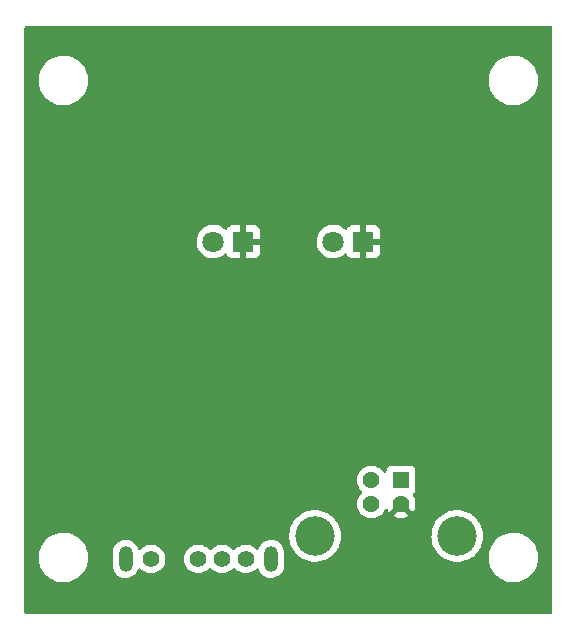
<source format=gbr>
%TF.GenerationSoftware,KiCad,Pcbnew,6.0.9-8da3e8f707~117~ubuntu20.04.1*%
%TF.CreationDate,2023-02-01T20:13:31-08:00*%
%TF.ProjectId,PiE_team_flag,5069455f-7465-4616-9d5f-666c61672e6b,rev?*%
%TF.SameCoordinates,Original*%
%TF.FileFunction,Copper,L2,Bot*%
%TF.FilePolarity,Positive*%
%FSLAX46Y46*%
G04 Gerber Fmt 4.6, Leading zero omitted, Abs format (unit mm)*
G04 Created by KiCad (PCBNEW 6.0.9-8da3e8f707~117~ubuntu20.04.1) date 2023-02-01 20:13:31*
%MOMM*%
%LPD*%
G01*
G04 APERTURE LIST*
%TA.AperFunction,ComponentPad*%
%ADD10C,1.400000*%
%TD*%
%TA.AperFunction,ComponentPad*%
%ADD11O,1.200000X2.200000*%
%TD*%
%TA.AperFunction,ComponentPad*%
%ADD12R,1.428000X1.428000*%
%TD*%
%TA.AperFunction,ComponentPad*%
%ADD13C,1.428000*%
%TD*%
%TA.AperFunction,ComponentPad*%
%ADD14C,3.346000*%
%TD*%
%TA.AperFunction,ComponentPad*%
%ADD15C,1.800000*%
%TD*%
%TA.AperFunction,ComponentPad*%
%ADD16R,1.800000X1.800000*%
%TD*%
G04 APERTURE END LIST*
D10*
%TO.P,SW1,1,1*%
%TO.N,Net-(R1-Pad2)*%
X150940000Y-127000000D03*
%TO.P,SW1,2,2*%
%TO.N,unconnected-(SW1-Pad2)*%
X154940000Y-127000000D03*
%TO.P,SW1,3,3*%
%TO.N,Net-(C1-Pad2)*%
X156940000Y-127000000D03*
%TO.P,SW1,4,4*%
%TO.N,Net-(R2-Pad2)*%
X158940000Y-127000000D03*
D11*
%TO.P,SW1,5*%
%TO.N,N/C*%
X161090000Y-127000000D03*
%TO.P,SW1,6*%
X148790000Y-127000000D03*
%TD*%
D12*
%TO.P,J1,1,VBUS*%
%TO.N,Net-(C1-Pad2)*%
X172090400Y-120334200D03*
D13*
%TO.P,J1,2,D-*%
%TO.N,unconnected-(J1-Pad2)*%
X169590400Y-120334200D03*
%TO.P,J1,3,D+*%
%TO.N,unconnected-(J1-Pad3)*%
X169590400Y-122334200D03*
%TO.P,J1,4,GND*%
%TO.N,GND*%
X172090400Y-122334200D03*
D14*
%TO.P,J1,P1*%
%TO.N,N/C*%
X164820400Y-125044200D03*
%TO.P,J1,P2*%
X176860400Y-125044200D03*
%TD*%
D15*
%TO.P,LED2,2,A*%
%TO.N,Net-(LED2-Pad2)*%
X166370000Y-100126800D03*
D16*
%TO.P,LED2,1,K*%
%TO.N,GND*%
X168910000Y-100126800D03*
%TD*%
%TO.P,LED1,1,K*%
%TO.N,GND*%
X158750000Y-100126800D03*
D15*
%TO.P,LED1,2,A*%
%TO.N,Net-(LED1-Pad2)*%
X156210000Y-100126800D03*
%TD*%
%TA.AperFunction,Conductor*%
%TO.N,GND*%
G36*
X184853621Y-81910102D02*
G01*
X184900114Y-81963758D01*
X184911500Y-82016100D01*
X184911500Y-131547100D01*
X184891498Y-131615221D01*
X184837842Y-131661714D01*
X184785500Y-131673100D01*
X140334500Y-131673100D01*
X140266379Y-131653098D01*
X140219886Y-131599442D01*
X140208500Y-131547100D01*
X140208500Y-126799672D01*
X141410162Y-126799672D01*
X141410315Y-126804060D01*
X141410315Y-126804066D01*
X141417349Y-127005475D01*
X141420392Y-127092627D01*
X141421154Y-127096950D01*
X141421155Y-127096957D01*
X141446000Y-127237855D01*
X141471294Y-127381306D01*
X141472649Y-127385477D01*
X141472651Y-127385484D01*
X141517099Y-127522281D01*
X141561877Y-127660093D01*
X141690378Y-127923559D01*
X141692833Y-127927198D01*
X141692836Y-127927204D01*
X141851836Y-128162931D01*
X141851841Y-128162938D01*
X141854296Y-128166577D01*
X142050441Y-128384418D01*
X142142732Y-128461859D01*
X142271623Y-128570012D01*
X142271628Y-128570016D01*
X142274994Y-128572840D01*
X142523585Y-128728177D01*
X142791375Y-128847405D01*
X143073153Y-128928204D01*
X143077503Y-128928815D01*
X143077506Y-128928816D01*
X143185197Y-128943951D01*
X143363433Y-128969000D01*
X143583191Y-128969000D01*
X143585377Y-128968847D01*
X143585381Y-128968847D01*
X143798034Y-128953977D01*
X143798039Y-128953976D01*
X143802419Y-128953670D01*
X143806713Y-128952757D01*
X143806715Y-128952757D01*
X143945783Y-128923197D01*
X144089147Y-128892724D01*
X144093276Y-128891221D01*
X144093280Y-128891220D01*
X144360457Y-128793976D01*
X144360461Y-128793974D01*
X144364602Y-128792467D01*
X144623423Y-128654849D01*
X144682107Y-128612213D01*
X144857010Y-128485139D01*
X144857013Y-128485136D01*
X144860573Y-128482550D01*
X145071435Y-128278922D01*
X145076957Y-128271855D01*
X145249198Y-128051396D01*
X145251906Y-128047930D01*
X145318573Y-127932460D01*
X145396267Y-127797890D01*
X145396270Y-127797885D01*
X145398472Y-127794070D01*
X145402674Y-127783671D01*
X145475161Y-127604258D01*
X145495933Y-127552846D01*
X147681500Y-127552846D01*
X147696548Y-127710566D01*
X147756092Y-127913534D01*
X147758836Y-127918861D01*
X147758836Y-127918862D01*
X147827096Y-128051396D01*
X147852942Y-128101580D01*
X147983604Y-128267920D01*
X147988135Y-128271852D01*
X147988138Y-128271855D01*
X148074058Y-128346412D01*
X148143363Y-128406552D01*
X148148549Y-128409552D01*
X148148553Y-128409555D01*
X148244957Y-128465326D01*
X148326454Y-128512473D01*
X148526271Y-128581861D01*
X148532206Y-128582722D01*
X148532208Y-128582722D01*
X148729664Y-128611352D01*
X148729667Y-128611352D01*
X148735604Y-128612213D01*
X148946899Y-128602433D01*
X149081426Y-128570012D01*
X149146701Y-128554281D01*
X149146703Y-128554280D01*
X149152534Y-128552875D01*
X149157992Y-128550393D01*
X149157996Y-128550392D01*
X149307205Y-128482550D01*
X149345087Y-128465326D01*
X149517611Y-128342946D01*
X149663881Y-128190150D01*
X149778620Y-128012452D01*
X149840894Y-127857928D01*
X149884909Y-127802223D01*
X149952054Y-127779156D01*
X150021011Y-127796053D01*
X150046855Y-127815932D01*
X150160224Y-127929301D01*
X150333442Y-128050589D01*
X150338420Y-128052910D01*
X150338423Y-128052912D01*
X150520108Y-128137633D01*
X150525090Y-128139956D01*
X150530398Y-128141378D01*
X150530400Y-128141379D01*
X150724030Y-128193262D01*
X150724032Y-128193262D01*
X150729345Y-128194686D01*
X150940000Y-128213116D01*
X151150655Y-128194686D01*
X151155968Y-128193262D01*
X151155970Y-128193262D01*
X151349600Y-128141379D01*
X151349602Y-128141378D01*
X151354910Y-128139956D01*
X151359892Y-128137633D01*
X151541577Y-128052912D01*
X151541580Y-128052910D01*
X151546558Y-128050589D01*
X151719776Y-127929301D01*
X151869301Y-127779776D01*
X151990589Y-127606558D01*
X152015636Y-127552846D01*
X152077633Y-127419892D01*
X152077634Y-127419891D01*
X152079956Y-127414910D01*
X152126254Y-127242126D01*
X152133262Y-127215970D01*
X152133262Y-127215968D01*
X152134686Y-127210655D01*
X152153116Y-127000000D01*
X153726884Y-127000000D01*
X153745314Y-127210655D01*
X153746738Y-127215968D01*
X153746738Y-127215970D01*
X153753747Y-127242126D01*
X153800044Y-127414910D01*
X153802366Y-127419891D01*
X153802367Y-127419892D01*
X153864365Y-127552846D01*
X153889411Y-127606558D01*
X154010699Y-127779776D01*
X154160224Y-127929301D01*
X154333442Y-128050589D01*
X154338420Y-128052910D01*
X154338423Y-128052912D01*
X154520108Y-128137633D01*
X154525090Y-128139956D01*
X154530398Y-128141378D01*
X154530400Y-128141379D01*
X154724030Y-128193262D01*
X154724032Y-128193262D01*
X154729345Y-128194686D01*
X154940000Y-128213116D01*
X155150655Y-128194686D01*
X155155968Y-128193262D01*
X155155970Y-128193262D01*
X155349600Y-128141379D01*
X155349602Y-128141378D01*
X155354910Y-128139956D01*
X155359892Y-128137633D01*
X155541577Y-128052912D01*
X155541580Y-128052910D01*
X155546558Y-128050589D01*
X155719776Y-127929301D01*
X155850905Y-127798172D01*
X155913217Y-127764146D01*
X155984032Y-127769211D01*
X156029095Y-127798172D01*
X156160224Y-127929301D01*
X156333442Y-128050589D01*
X156338420Y-128052910D01*
X156338423Y-128052912D01*
X156520108Y-128137633D01*
X156525090Y-128139956D01*
X156530398Y-128141378D01*
X156530400Y-128141379D01*
X156724030Y-128193262D01*
X156724032Y-128193262D01*
X156729345Y-128194686D01*
X156940000Y-128213116D01*
X157150655Y-128194686D01*
X157155968Y-128193262D01*
X157155970Y-128193262D01*
X157349600Y-128141379D01*
X157349602Y-128141378D01*
X157354910Y-128139956D01*
X157359892Y-128137633D01*
X157541577Y-128052912D01*
X157541580Y-128052910D01*
X157546558Y-128050589D01*
X157719776Y-127929301D01*
X157850905Y-127798172D01*
X157913217Y-127764146D01*
X157984032Y-127769211D01*
X158029095Y-127798172D01*
X158160224Y-127929301D01*
X158333442Y-128050589D01*
X158338420Y-128052910D01*
X158338423Y-128052912D01*
X158520108Y-128137633D01*
X158525090Y-128139956D01*
X158530398Y-128141378D01*
X158530400Y-128141379D01*
X158724030Y-128193262D01*
X158724032Y-128193262D01*
X158729345Y-128194686D01*
X158940000Y-128213116D01*
X159150655Y-128194686D01*
X159155968Y-128193262D01*
X159155970Y-128193262D01*
X159349600Y-128141379D01*
X159349602Y-128141378D01*
X159354910Y-128139956D01*
X159359892Y-128137633D01*
X159541577Y-128052912D01*
X159541580Y-128052910D01*
X159546558Y-128050589D01*
X159719776Y-127929301D01*
X159833181Y-127815896D01*
X159895493Y-127781870D01*
X159966308Y-127786935D01*
X160023144Y-127829482D01*
X160043180Y-127869521D01*
X160056092Y-127913534D01*
X160058836Y-127918861D01*
X160058836Y-127918862D01*
X160127096Y-128051396D01*
X160152942Y-128101580D01*
X160283604Y-128267920D01*
X160288135Y-128271852D01*
X160288138Y-128271855D01*
X160374058Y-128346412D01*
X160443363Y-128406552D01*
X160448549Y-128409552D01*
X160448553Y-128409555D01*
X160544957Y-128465326D01*
X160626454Y-128512473D01*
X160826271Y-128581861D01*
X160832206Y-128582722D01*
X160832208Y-128582722D01*
X161029664Y-128611352D01*
X161029667Y-128611352D01*
X161035604Y-128612213D01*
X161246899Y-128602433D01*
X161381426Y-128570012D01*
X161446701Y-128554281D01*
X161446703Y-128554280D01*
X161452534Y-128552875D01*
X161457992Y-128550393D01*
X161457996Y-128550392D01*
X161607205Y-128482550D01*
X161645087Y-128465326D01*
X161817611Y-128342946D01*
X161963881Y-128190150D01*
X162078620Y-128012452D01*
X162157686Y-127816263D01*
X162198228Y-127608663D01*
X162198500Y-127603101D01*
X162198500Y-126447154D01*
X162183452Y-126289434D01*
X162123908Y-126086466D01*
X162117794Y-126074594D01*
X162029804Y-125903751D01*
X162029802Y-125903748D01*
X162027058Y-125898420D01*
X161896396Y-125732080D01*
X161891865Y-125728148D01*
X161891862Y-125728145D01*
X161741167Y-125597379D01*
X161736637Y-125593448D01*
X161731451Y-125590448D01*
X161731447Y-125590445D01*
X161558742Y-125490533D01*
X161553546Y-125487527D01*
X161353729Y-125418139D01*
X161347794Y-125417278D01*
X161347792Y-125417278D01*
X161150336Y-125388648D01*
X161150333Y-125388648D01*
X161144396Y-125387787D01*
X160933101Y-125397567D01*
X160801923Y-125429181D01*
X160733299Y-125445719D01*
X160733297Y-125445720D01*
X160727466Y-125447125D01*
X160722008Y-125449607D01*
X160722004Y-125449608D01*
X160606959Y-125501916D01*
X160534913Y-125534674D01*
X160362389Y-125657054D01*
X160216119Y-125809850D01*
X160101380Y-125987548D01*
X160061741Y-126085907D01*
X160039106Y-126142071D01*
X159995091Y-126197777D01*
X159927946Y-126220844D01*
X159858989Y-126203947D01*
X159833145Y-126184068D01*
X159719776Y-126070699D01*
X159546558Y-125949411D01*
X159541580Y-125947090D01*
X159541577Y-125947088D01*
X159359892Y-125862367D01*
X159359891Y-125862366D01*
X159354910Y-125860044D01*
X159349602Y-125858622D01*
X159349600Y-125858621D01*
X159155970Y-125806738D01*
X159155968Y-125806738D01*
X159150655Y-125805314D01*
X158940000Y-125786884D01*
X158729345Y-125805314D01*
X158724032Y-125806738D01*
X158724030Y-125806738D01*
X158530400Y-125858621D01*
X158530398Y-125858622D01*
X158525090Y-125860044D01*
X158520109Y-125862366D01*
X158520108Y-125862367D01*
X158338423Y-125947088D01*
X158338420Y-125947090D01*
X158333442Y-125949411D01*
X158160224Y-126070699D01*
X158029095Y-126201828D01*
X157966783Y-126235854D01*
X157895968Y-126230789D01*
X157850905Y-126201828D01*
X157719776Y-126070699D01*
X157546558Y-125949411D01*
X157541580Y-125947090D01*
X157541577Y-125947088D01*
X157359892Y-125862367D01*
X157359891Y-125862366D01*
X157354910Y-125860044D01*
X157349602Y-125858622D01*
X157349600Y-125858621D01*
X157155970Y-125806738D01*
X157155968Y-125806738D01*
X157150655Y-125805314D01*
X156940000Y-125786884D01*
X156729345Y-125805314D01*
X156724032Y-125806738D01*
X156724030Y-125806738D01*
X156530400Y-125858621D01*
X156530398Y-125858622D01*
X156525090Y-125860044D01*
X156520109Y-125862366D01*
X156520108Y-125862367D01*
X156338423Y-125947088D01*
X156338420Y-125947090D01*
X156333442Y-125949411D01*
X156160224Y-126070699D01*
X156029095Y-126201828D01*
X155966783Y-126235854D01*
X155895968Y-126230789D01*
X155850905Y-126201828D01*
X155719776Y-126070699D01*
X155546558Y-125949411D01*
X155541580Y-125947090D01*
X155541577Y-125947088D01*
X155359892Y-125862367D01*
X155359891Y-125862366D01*
X155354910Y-125860044D01*
X155349602Y-125858622D01*
X155349600Y-125858621D01*
X155155970Y-125806738D01*
X155155968Y-125806738D01*
X155150655Y-125805314D01*
X154940000Y-125786884D01*
X154729345Y-125805314D01*
X154724032Y-125806738D01*
X154724030Y-125806738D01*
X154530400Y-125858621D01*
X154530398Y-125858622D01*
X154525090Y-125860044D01*
X154520109Y-125862366D01*
X154520108Y-125862367D01*
X154338423Y-125947088D01*
X154338420Y-125947090D01*
X154333442Y-125949411D01*
X154160224Y-126070699D01*
X154010699Y-126220224D01*
X153889411Y-126393442D01*
X153887090Y-126398420D01*
X153887088Y-126398423D01*
X153835924Y-126508145D01*
X153800044Y-126585090D01*
X153798622Y-126590398D01*
X153798621Y-126590400D01*
X153746738Y-126784030D01*
X153745314Y-126789345D01*
X153726884Y-127000000D01*
X152153116Y-127000000D01*
X152134686Y-126789345D01*
X152133262Y-126784030D01*
X152081379Y-126590400D01*
X152081378Y-126590398D01*
X152079956Y-126585090D01*
X152044076Y-126508145D01*
X151992912Y-126398423D01*
X151992910Y-126398420D01*
X151990589Y-126393442D01*
X151869301Y-126220224D01*
X151719776Y-126070699D01*
X151546558Y-125949411D01*
X151541580Y-125947090D01*
X151541577Y-125947088D01*
X151359892Y-125862367D01*
X151359891Y-125862366D01*
X151354910Y-125860044D01*
X151349602Y-125858622D01*
X151349600Y-125858621D01*
X151155970Y-125806738D01*
X151155968Y-125806738D01*
X151150655Y-125805314D01*
X150940000Y-125786884D01*
X150729345Y-125805314D01*
X150724032Y-125806738D01*
X150724030Y-125806738D01*
X150530400Y-125858621D01*
X150530398Y-125858622D01*
X150525090Y-125860044D01*
X150520109Y-125862366D01*
X150520108Y-125862367D01*
X150338423Y-125947088D01*
X150338420Y-125947090D01*
X150333442Y-125949411D01*
X150160224Y-126070699D01*
X150046819Y-126184104D01*
X149984507Y-126218130D01*
X149913692Y-126213065D01*
X149856856Y-126170518D01*
X149836819Y-126130477D01*
X149825595Y-126092216D01*
X149825594Y-126092214D01*
X149823908Y-126086466D01*
X149817794Y-126074594D01*
X149729804Y-125903751D01*
X149729802Y-125903748D01*
X149727058Y-125898420D01*
X149596396Y-125732080D01*
X149591865Y-125728148D01*
X149591862Y-125728145D01*
X149441167Y-125597379D01*
X149436637Y-125593448D01*
X149431451Y-125590448D01*
X149431447Y-125590445D01*
X149258742Y-125490533D01*
X149253546Y-125487527D01*
X149053729Y-125418139D01*
X149047794Y-125417278D01*
X149047792Y-125417278D01*
X148850336Y-125388648D01*
X148850333Y-125388648D01*
X148844396Y-125387787D01*
X148633101Y-125397567D01*
X148501923Y-125429181D01*
X148433299Y-125445719D01*
X148433297Y-125445720D01*
X148427466Y-125447125D01*
X148422008Y-125449607D01*
X148422004Y-125449608D01*
X148306959Y-125501916D01*
X148234913Y-125534674D01*
X148062389Y-125657054D01*
X147916119Y-125809850D01*
X147801380Y-125987548D01*
X147799137Y-125993114D01*
X147731557Y-126160803D01*
X147722314Y-126183737D01*
X147681772Y-126391337D01*
X147681500Y-126396899D01*
X147681500Y-127552846D01*
X145495933Y-127552846D01*
X145508282Y-127522281D01*
X145579197Y-127237855D01*
X145581498Y-127215970D01*
X145609379Y-126950697D01*
X145609379Y-126950694D01*
X145609838Y-126946328D01*
X145606644Y-126854854D01*
X145599762Y-126657770D01*
X145599761Y-126657763D01*
X145599608Y-126653373D01*
X145594633Y-126625155D01*
X145555914Y-126405574D01*
X145548706Y-126364694D01*
X145547351Y-126360523D01*
X145547349Y-126360516D01*
X145459484Y-126090096D01*
X145458123Y-126085907D01*
X145452606Y-126074594D01*
X145390416Y-125947088D01*
X145329622Y-125822441D01*
X145327167Y-125818802D01*
X145327164Y-125818796D01*
X145168164Y-125583069D01*
X145168159Y-125583062D01*
X145165704Y-125579423D01*
X144969559Y-125361582D01*
X144849524Y-125260861D01*
X144748377Y-125175988D01*
X144748372Y-125175984D01*
X144745006Y-125173160D01*
X144501983Y-125021302D01*
X162633923Y-125021302D01*
X162651045Y-125318253D01*
X162651870Y-125322458D01*
X162651871Y-125322466D01*
X162679644Y-125464024D01*
X162708309Y-125610133D01*
X162709696Y-125614183D01*
X162709697Y-125614188D01*
X162803268Y-125887484D01*
X162804657Y-125891540D01*
X162850411Y-125982511D01*
X162924830Y-126130477D01*
X162938304Y-126157268D01*
X163022541Y-126279834D01*
X163104064Y-126398451D01*
X163106778Y-126402400D01*
X163306962Y-126622399D01*
X163310257Y-126625154D01*
X163310258Y-126625155D01*
X163421057Y-126717797D01*
X163535151Y-126813194D01*
X163538792Y-126815478D01*
X163783482Y-126968972D01*
X163783486Y-126968974D01*
X163787122Y-126971255D01*
X163922667Y-127032456D01*
X164054301Y-127091892D01*
X164054305Y-127091894D01*
X164058213Y-127093658D01*
X164129463Y-127114763D01*
X164339296Y-127176919D01*
X164339301Y-127176920D01*
X164343409Y-127178137D01*
X164347643Y-127178785D01*
X164347648Y-127178786D01*
X164633188Y-127222479D01*
X164633190Y-127222479D01*
X164637430Y-127223128D01*
X164788865Y-127225507D01*
X164930547Y-127227733D01*
X164930553Y-127227733D01*
X164934838Y-127227800D01*
X165230127Y-127192066D01*
X165517835Y-127116588D01*
X165521795Y-127114948D01*
X165521800Y-127114946D01*
X165655236Y-127059675D01*
X165792638Y-127002761D01*
X166049450Y-126852692D01*
X166283519Y-126669158D01*
X166331910Y-126619223D01*
X166439552Y-126508145D01*
X166490514Y-126455556D01*
X166493047Y-126452108D01*
X166493051Y-126452103D01*
X166664067Y-126219292D01*
X166666605Y-126215837D01*
X166696486Y-126160803D01*
X166806483Y-125958214D01*
X166806484Y-125958212D01*
X166808533Y-125954438D01*
X166864344Y-125806738D01*
X166912154Y-125680214D01*
X166912155Y-125680210D01*
X166913672Y-125676196D01*
X166956883Y-125487527D01*
X166979118Y-125390443D01*
X166979119Y-125390439D01*
X166980076Y-125386259D01*
X166982279Y-125361582D01*
X167006297Y-125092459D01*
X167006297Y-125092457D01*
X167006517Y-125089993D01*
X167006997Y-125044200D01*
X167005436Y-125021302D01*
X174673923Y-125021302D01*
X174691045Y-125318253D01*
X174691870Y-125322458D01*
X174691871Y-125322466D01*
X174719644Y-125464024D01*
X174748309Y-125610133D01*
X174749696Y-125614183D01*
X174749697Y-125614188D01*
X174843268Y-125887484D01*
X174844657Y-125891540D01*
X174890411Y-125982511D01*
X174964830Y-126130477D01*
X174978304Y-126157268D01*
X175062541Y-126279834D01*
X175144064Y-126398451D01*
X175146778Y-126402400D01*
X175346962Y-126622399D01*
X175350257Y-126625154D01*
X175350258Y-126625155D01*
X175461057Y-126717797D01*
X175575151Y-126813194D01*
X175578792Y-126815478D01*
X175823482Y-126968972D01*
X175823486Y-126968974D01*
X175827122Y-126971255D01*
X175962667Y-127032456D01*
X176094301Y-127091892D01*
X176094305Y-127091894D01*
X176098213Y-127093658D01*
X176169463Y-127114763D01*
X176379296Y-127176919D01*
X176379301Y-127176920D01*
X176383409Y-127178137D01*
X176387643Y-127178785D01*
X176387648Y-127178786D01*
X176673188Y-127222479D01*
X176673190Y-127222479D01*
X176677430Y-127223128D01*
X176828865Y-127225507D01*
X176970547Y-127227733D01*
X176970553Y-127227733D01*
X176974838Y-127227800D01*
X177270127Y-127192066D01*
X177557835Y-127116588D01*
X177561795Y-127114948D01*
X177561800Y-127114946D01*
X177695236Y-127059675D01*
X177832638Y-127002761D01*
X178089450Y-126852692D01*
X178157069Y-126799672D01*
X179510162Y-126799672D01*
X179510315Y-126804060D01*
X179510315Y-126804066D01*
X179517349Y-127005475D01*
X179520392Y-127092627D01*
X179521154Y-127096950D01*
X179521155Y-127096957D01*
X179546000Y-127237855D01*
X179571294Y-127381306D01*
X179572649Y-127385477D01*
X179572651Y-127385484D01*
X179617099Y-127522281D01*
X179661877Y-127660093D01*
X179790378Y-127923559D01*
X179792833Y-127927198D01*
X179792836Y-127927204D01*
X179951836Y-128162931D01*
X179951841Y-128162938D01*
X179954296Y-128166577D01*
X180150441Y-128384418D01*
X180242732Y-128461859D01*
X180371623Y-128570012D01*
X180371628Y-128570016D01*
X180374994Y-128572840D01*
X180623585Y-128728177D01*
X180891375Y-128847405D01*
X181173153Y-128928204D01*
X181177503Y-128928815D01*
X181177506Y-128928816D01*
X181285197Y-128943951D01*
X181463433Y-128969000D01*
X181683191Y-128969000D01*
X181685377Y-128968847D01*
X181685381Y-128968847D01*
X181898034Y-128953977D01*
X181898039Y-128953976D01*
X181902419Y-128953670D01*
X181906713Y-128952757D01*
X181906715Y-128952757D01*
X182045783Y-128923197D01*
X182189147Y-128892724D01*
X182193276Y-128891221D01*
X182193280Y-128891220D01*
X182460457Y-128793976D01*
X182460461Y-128793974D01*
X182464602Y-128792467D01*
X182723423Y-128654849D01*
X182782107Y-128612213D01*
X182957010Y-128485139D01*
X182957013Y-128485136D01*
X182960573Y-128482550D01*
X183171435Y-128278922D01*
X183176957Y-128271855D01*
X183349198Y-128051396D01*
X183351906Y-128047930D01*
X183418573Y-127932460D01*
X183496267Y-127797890D01*
X183496270Y-127797885D01*
X183498472Y-127794070D01*
X183502674Y-127783671D01*
X183575161Y-127604258D01*
X183608282Y-127522281D01*
X183679197Y-127237855D01*
X183681498Y-127215970D01*
X183709379Y-126950697D01*
X183709379Y-126950694D01*
X183709838Y-126946328D01*
X183706644Y-126854854D01*
X183699762Y-126657770D01*
X183699761Y-126657763D01*
X183699608Y-126653373D01*
X183694633Y-126625155D01*
X183655914Y-126405574D01*
X183648706Y-126364694D01*
X183647351Y-126360523D01*
X183647349Y-126360516D01*
X183559484Y-126090096D01*
X183558123Y-126085907D01*
X183552606Y-126074594D01*
X183490416Y-125947088D01*
X183429622Y-125822441D01*
X183427167Y-125818802D01*
X183427164Y-125818796D01*
X183268164Y-125583069D01*
X183268159Y-125583062D01*
X183265704Y-125579423D01*
X183069559Y-125361582D01*
X182949524Y-125260861D01*
X182848377Y-125175988D01*
X182848372Y-125175984D01*
X182845006Y-125173160D01*
X182596415Y-125017823D01*
X182328625Y-124898595D01*
X182046847Y-124817796D01*
X182042497Y-124817185D01*
X182042494Y-124817184D01*
X181872142Y-124793243D01*
X181756567Y-124777000D01*
X181536809Y-124777000D01*
X181534623Y-124777153D01*
X181534619Y-124777153D01*
X181321966Y-124792023D01*
X181321961Y-124792024D01*
X181317581Y-124792330D01*
X181313287Y-124793243D01*
X181313285Y-124793243D01*
X181200652Y-124817184D01*
X181030853Y-124853276D01*
X181026724Y-124854779D01*
X181026720Y-124854780D01*
X180759543Y-124952024D01*
X180759539Y-124952026D01*
X180755398Y-124953533D01*
X180496577Y-125091151D01*
X180493018Y-125093737D01*
X180493016Y-125093738D01*
X180379809Y-125175988D01*
X180259427Y-125263450D01*
X180048565Y-125467078D01*
X180045859Y-125470542D01*
X180045855Y-125470546D01*
X179940085Y-125605926D01*
X179868094Y-125698070D01*
X179865896Y-125701877D01*
X179724324Y-125947088D01*
X179721528Y-125951930D01*
X179719876Y-125956019D01*
X179719875Y-125956021D01*
X179674818Y-126067540D01*
X179611718Y-126223719D01*
X179540803Y-126508145D01*
X179540344Y-126512513D01*
X179540343Y-126512518D01*
X179523602Y-126671802D01*
X179510162Y-126799672D01*
X178157069Y-126799672D01*
X178323519Y-126669158D01*
X178371910Y-126619223D01*
X178479552Y-126508145D01*
X178530514Y-126455556D01*
X178533047Y-126452108D01*
X178533051Y-126452103D01*
X178704067Y-126219292D01*
X178706605Y-126215837D01*
X178736486Y-126160803D01*
X178846483Y-125958214D01*
X178846484Y-125958212D01*
X178848533Y-125954438D01*
X178904344Y-125806738D01*
X178952154Y-125680214D01*
X178952155Y-125680210D01*
X178953672Y-125676196D01*
X178996883Y-125487527D01*
X179019118Y-125390443D01*
X179019119Y-125390439D01*
X179020076Y-125386259D01*
X179022279Y-125361582D01*
X179046297Y-125092459D01*
X179046297Y-125092457D01*
X179046517Y-125089993D01*
X179046997Y-125044200D01*
X179045436Y-125021302D01*
X179027058Y-124751722D01*
X179027057Y-124751716D01*
X179026766Y-124747445D01*
X179021205Y-124720589D01*
X178967319Y-124460387D01*
X178966448Y-124456181D01*
X178867160Y-124175798D01*
X178730737Y-123911484D01*
X178719684Y-123895756D01*
X178562172Y-123671640D01*
X178562171Y-123671639D01*
X178559705Y-123668130D01*
X178357229Y-123450239D01*
X178338186Y-123434652D01*
X178229893Y-123346016D01*
X178127054Y-123261844D01*
X178074720Y-123229773D01*
X177877092Y-123108666D01*
X177877084Y-123108662D01*
X177873442Y-123106430D01*
X177869525Y-123104711D01*
X177869522Y-123104709D01*
X177617223Y-122993958D01*
X177601083Y-122986873D01*
X177596955Y-122985697D01*
X177596952Y-122985696D01*
X177319147Y-122906561D01*
X177319148Y-122906561D01*
X177315019Y-122905385D01*
X177096516Y-122874288D01*
X177024794Y-122864080D01*
X177024792Y-122864080D01*
X177020542Y-122863475D01*
X176864494Y-122862658D01*
X176727389Y-122861940D01*
X176727383Y-122861940D01*
X176723102Y-122861918D01*
X176718858Y-122862477D01*
X176718854Y-122862477D01*
X176589087Y-122879561D01*
X176428203Y-122900742D01*
X176424063Y-122901875D01*
X176424061Y-122901875D01*
X176411231Y-122905385D01*
X176141301Y-122979229D01*
X176137353Y-122980913D01*
X175871658Y-123094242D01*
X175871654Y-123094244D01*
X175867706Y-123095928D01*
X175612479Y-123248678D01*
X175609128Y-123251362D01*
X175609126Y-123251364D01*
X175497677Y-123340652D01*
X175380345Y-123434652D01*
X175377388Y-123437768D01*
X175377387Y-123437769D01*
X175332977Y-123484568D01*
X175175598Y-123650411D01*
X175002027Y-123891960D01*
X175000018Y-123895755D01*
X175000017Y-123895756D01*
X174989674Y-123915291D01*
X174862844Y-124154831D01*
X174760625Y-124434159D01*
X174697260Y-124724775D01*
X174690385Y-124812132D01*
X174679094Y-124955603D01*
X174673923Y-125021302D01*
X167005436Y-125021302D01*
X166987058Y-124751722D01*
X166987057Y-124751716D01*
X166986766Y-124747445D01*
X166981205Y-124720589D01*
X166927319Y-124460387D01*
X166926448Y-124456181D01*
X166827160Y-124175798D01*
X166690737Y-123911484D01*
X166679684Y-123895756D01*
X166522172Y-123671640D01*
X166522171Y-123671639D01*
X166519705Y-123668130D01*
X166317229Y-123450239D01*
X166298186Y-123434652D01*
X166189893Y-123346016D01*
X166087054Y-123261844D01*
X166034720Y-123229773D01*
X165837092Y-123108666D01*
X165837084Y-123108662D01*
X165833442Y-123106430D01*
X165829525Y-123104711D01*
X165829522Y-123104709D01*
X165577223Y-122993958D01*
X165561083Y-122986873D01*
X165556955Y-122985697D01*
X165556952Y-122985696D01*
X165279147Y-122906561D01*
X165279148Y-122906561D01*
X165275019Y-122905385D01*
X165056516Y-122874288D01*
X164984794Y-122864080D01*
X164984792Y-122864080D01*
X164980542Y-122863475D01*
X164824494Y-122862658D01*
X164687389Y-122861940D01*
X164687383Y-122861940D01*
X164683102Y-122861918D01*
X164678858Y-122862477D01*
X164678854Y-122862477D01*
X164549087Y-122879561D01*
X164388203Y-122900742D01*
X164384063Y-122901875D01*
X164384061Y-122901875D01*
X164371231Y-122905385D01*
X164101301Y-122979229D01*
X164097353Y-122980913D01*
X163831658Y-123094242D01*
X163831654Y-123094244D01*
X163827706Y-123095928D01*
X163572479Y-123248678D01*
X163569128Y-123251362D01*
X163569126Y-123251364D01*
X163457677Y-123340652D01*
X163340345Y-123434652D01*
X163337388Y-123437768D01*
X163337387Y-123437769D01*
X163292977Y-123484568D01*
X163135598Y-123650411D01*
X162962027Y-123891960D01*
X162960018Y-123895755D01*
X162960017Y-123895756D01*
X162949674Y-123915291D01*
X162822844Y-124154831D01*
X162720625Y-124434159D01*
X162657260Y-124724775D01*
X162650385Y-124812132D01*
X162639094Y-124955603D01*
X162633923Y-125021302D01*
X144501983Y-125021302D01*
X144496415Y-125017823D01*
X144228625Y-124898595D01*
X143946847Y-124817796D01*
X143942497Y-124817185D01*
X143942494Y-124817184D01*
X143772142Y-124793243D01*
X143656567Y-124777000D01*
X143436809Y-124777000D01*
X143434623Y-124777153D01*
X143434619Y-124777153D01*
X143221966Y-124792023D01*
X143221961Y-124792024D01*
X143217581Y-124792330D01*
X143213287Y-124793243D01*
X143213285Y-124793243D01*
X143100652Y-124817184D01*
X142930853Y-124853276D01*
X142926724Y-124854779D01*
X142926720Y-124854780D01*
X142659543Y-124952024D01*
X142659539Y-124952026D01*
X142655398Y-124953533D01*
X142396577Y-125091151D01*
X142393018Y-125093737D01*
X142393016Y-125093738D01*
X142279809Y-125175988D01*
X142159427Y-125263450D01*
X141948565Y-125467078D01*
X141945859Y-125470542D01*
X141945855Y-125470546D01*
X141840085Y-125605926D01*
X141768094Y-125698070D01*
X141765896Y-125701877D01*
X141624324Y-125947088D01*
X141621528Y-125951930D01*
X141619876Y-125956019D01*
X141619875Y-125956021D01*
X141574818Y-126067540D01*
X141511718Y-126223719D01*
X141440803Y-126508145D01*
X141440344Y-126512513D01*
X141440343Y-126512518D01*
X141423602Y-126671802D01*
X141410162Y-126799672D01*
X140208500Y-126799672D01*
X140208500Y-122334200D01*
X168363230Y-122334200D01*
X168381873Y-122547296D01*
X168437237Y-122753917D01*
X168439559Y-122758897D01*
X168439560Y-122758899D01*
X168508417Y-122906561D01*
X168527640Y-122947785D01*
X168650333Y-123123010D01*
X168801590Y-123274267D01*
X168976815Y-123396960D01*
X168981793Y-123399281D01*
X168981796Y-123399283D01*
X169164689Y-123484568D01*
X169170683Y-123487363D01*
X169175991Y-123488785D01*
X169175993Y-123488786D01*
X169240394Y-123506042D01*
X169377304Y-123542727D01*
X169590400Y-123561370D01*
X169803496Y-123542727D01*
X169940406Y-123506042D01*
X170004807Y-123488786D01*
X170004809Y-123488785D01*
X170010117Y-123487363D01*
X170016111Y-123484568D01*
X170199004Y-123399283D01*
X170199007Y-123399281D01*
X170203985Y-123396960D01*
X170258893Y-123358513D01*
X171430642Y-123358513D01*
X171439936Y-123370527D01*
X171472554Y-123393367D01*
X171482056Y-123398853D01*
X171665873Y-123484568D01*
X171676165Y-123488314D01*
X171872076Y-123540808D01*
X171882871Y-123542711D01*
X172084925Y-123560389D01*
X172095875Y-123560389D01*
X172297929Y-123542711D01*
X172308724Y-123540808D01*
X172504635Y-123488314D01*
X172514927Y-123484568D01*
X172698744Y-123398853D01*
X172708246Y-123393367D01*
X172741700Y-123369941D01*
X172750075Y-123359464D01*
X172743006Y-123346016D01*
X172103212Y-122706222D01*
X172089268Y-122698608D01*
X172087435Y-122698739D01*
X172080820Y-122702990D01*
X171437072Y-123346738D01*
X171430642Y-123358513D01*
X170258893Y-123358513D01*
X170379210Y-123274267D01*
X170530467Y-123123010D01*
X170653160Y-122947785D01*
X170674569Y-122901875D01*
X170726481Y-122790549D01*
X170773399Y-122737264D01*
X170841676Y-122717803D01*
X170909636Y-122738345D01*
X170954871Y-122790549D01*
X171025747Y-122942544D01*
X171031233Y-122952046D01*
X171054659Y-122985500D01*
X171065136Y-122993875D01*
X171078584Y-122986806D01*
X172001305Y-122064085D01*
X172063617Y-122030059D01*
X172134432Y-122035124D01*
X172179495Y-122064085D01*
X173102938Y-122987528D01*
X173114713Y-122993958D01*
X173126727Y-122984664D01*
X173149567Y-122952046D01*
X173155053Y-122942544D01*
X173240768Y-122758727D01*
X173244514Y-122748435D01*
X173297008Y-122552524D01*
X173298911Y-122541729D01*
X173316589Y-122339675D01*
X173316589Y-122328725D01*
X173298911Y-122126671D01*
X173297008Y-122115876D01*
X173244514Y-121919965D01*
X173240768Y-121909673D01*
X173155052Y-121725853D01*
X173149569Y-121716358D01*
X173085755Y-121625222D01*
X173063067Y-121557948D01*
X173080352Y-121489088D01*
X173113403Y-121452125D01*
X173160481Y-121416842D01*
X173167661Y-121411461D01*
X173255015Y-121294905D01*
X173306145Y-121158516D01*
X173312900Y-121096334D01*
X173312900Y-119572066D01*
X173306145Y-119509884D01*
X173255015Y-119373495D01*
X173167661Y-119256939D01*
X173051105Y-119169585D01*
X172914716Y-119118455D01*
X172852534Y-119111700D01*
X171328266Y-119111700D01*
X171266084Y-119118455D01*
X171129695Y-119169585D01*
X171013139Y-119256939D01*
X170925785Y-119373495D01*
X170874655Y-119509884D01*
X170867900Y-119572066D01*
X170867900Y-119627675D01*
X170847898Y-119695796D01*
X170794242Y-119742289D01*
X170723968Y-119752393D01*
X170659388Y-119722899D01*
X170638687Y-119699945D01*
X170551538Y-119575483D01*
X170530467Y-119545390D01*
X170379210Y-119394133D01*
X170203985Y-119271440D01*
X170199007Y-119269119D01*
X170199004Y-119269117D01*
X170015099Y-119183360D01*
X170015097Y-119183359D01*
X170010117Y-119181037D01*
X170004809Y-119179615D01*
X170004807Y-119179614D01*
X169940406Y-119162358D01*
X169803496Y-119125673D01*
X169590400Y-119107030D01*
X169377304Y-119125673D01*
X169240394Y-119162358D01*
X169175993Y-119179614D01*
X169175991Y-119179615D01*
X169170683Y-119181037D01*
X169165703Y-119183359D01*
X169165701Y-119183360D01*
X168981796Y-119269117D01*
X168981793Y-119269119D01*
X168976815Y-119271440D01*
X168801590Y-119394133D01*
X168650333Y-119545390D01*
X168527640Y-119720615D01*
X168525319Y-119725593D01*
X168525317Y-119725596D01*
X168439560Y-119909501D01*
X168437237Y-119914483D01*
X168381873Y-120121104D01*
X168363230Y-120334200D01*
X168381873Y-120547296D01*
X168437237Y-120753917D01*
X168439559Y-120758897D01*
X168439560Y-120758899D01*
X168516608Y-120924126D01*
X168527640Y-120947785D01*
X168650333Y-121123010D01*
X168772428Y-121245105D01*
X168806454Y-121307417D01*
X168801389Y-121378232D01*
X168772428Y-121423295D01*
X168650333Y-121545390D01*
X168527640Y-121720615D01*
X168437237Y-121914483D01*
X168381873Y-122121104D01*
X168363230Y-122334200D01*
X140208500Y-122334200D01*
X140208500Y-100092269D01*
X154797095Y-100092269D01*
X154810427Y-100323497D01*
X154811564Y-100328543D01*
X154811565Y-100328549D01*
X154826394Y-100394348D01*
X154861346Y-100549442D01*
X154863288Y-100554224D01*
X154863289Y-100554228D01*
X154946540Y-100759250D01*
X154948484Y-100764037D01*
X155069501Y-100961519D01*
X155221147Y-101136584D01*
X155399349Y-101284530D01*
X155599322Y-101401384D01*
X155815694Y-101484009D01*
X155820760Y-101485040D01*
X155820761Y-101485040D01*
X155873846Y-101495840D01*
X156042656Y-101530185D01*
X156173324Y-101534976D01*
X156268949Y-101538483D01*
X156268953Y-101538483D01*
X156274113Y-101538672D01*
X156279233Y-101538016D01*
X156279235Y-101538016D01*
X156378668Y-101525278D01*
X156503847Y-101509242D01*
X156508795Y-101507757D01*
X156508802Y-101507756D01*
X156720747Y-101444169D01*
X156725690Y-101442686D01*
X156806236Y-101403227D01*
X156929049Y-101343062D01*
X156929052Y-101343060D01*
X156933684Y-101340791D01*
X157122243Y-101206294D01*
X157125898Y-101202652D01*
X157125906Y-101202645D01*
X157167697Y-101160999D01*
X157230068Y-101127082D01*
X157300875Y-101132270D01*
X157357637Y-101174916D01*
X157374619Y-101206018D01*
X157396677Y-101264856D01*
X157405214Y-101280449D01*
X157481715Y-101382524D01*
X157494276Y-101395085D01*
X157596351Y-101471586D01*
X157611946Y-101480124D01*
X157732394Y-101525278D01*
X157747649Y-101528905D01*
X157798514Y-101534431D01*
X157805328Y-101534800D01*
X158477885Y-101534800D01*
X158493124Y-101530325D01*
X158494329Y-101528935D01*
X158496000Y-101521252D01*
X158496000Y-101516684D01*
X159004000Y-101516684D01*
X159008475Y-101531923D01*
X159009865Y-101533128D01*
X159017548Y-101534799D01*
X159694669Y-101534799D01*
X159701490Y-101534429D01*
X159752352Y-101528905D01*
X159767604Y-101525279D01*
X159888054Y-101480124D01*
X159903649Y-101471586D01*
X160005724Y-101395085D01*
X160018285Y-101382524D01*
X160094786Y-101280449D01*
X160103324Y-101264854D01*
X160148478Y-101144406D01*
X160152105Y-101129151D01*
X160157631Y-101078286D01*
X160158000Y-101071472D01*
X160158000Y-100398915D01*
X160153525Y-100383676D01*
X160152135Y-100382471D01*
X160144452Y-100380800D01*
X159022115Y-100380800D01*
X159006876Y-100385275D01*
X159005671Y-100386665D01*
X159004000Y-100394348D01*
X159004000Y-101516684D01*
X158496000Y-101516684D01*
X158496000Y-100092269D01*
X164957095Y-100092269D01*
X164970427Y-100323497D01*
X164971564Y-100328543D01*
X164971565Y-100328549D01*
X164986394Y-100394348D01*
X165021346Y-100549442D01*
X165023288Y-100554224D01*
X165023289Y-100554228D01*
X165106540Y-100759250D01*
X165108484Y-100764037D01*
X165229501Y-100961519D01*
X165381147Y-101136584D01*
X165559349Y-101284530D01*
X165759322Y-101401384D01*
X165975694Y-101484009D01*
X165980760Y-101485040D01*
X165980761Y-101485040D01*
X166033846Y-101495840D01*
X166202656Y-101530185D01*
X166333324Y-101534976D01*
X166428949Y-101538483D01*
X166428953Y-101538483D01*
X166434113Y-101538672D01*
X166439233Y-101538016D01*
X166439235Y-101538016D01*
X166538668Y-101525278D01*
X166663847Y-101509242D01*
X166668795Y-101507757D01*
X166668802Y-101507756D01*
X166880747Y-101444169D01*
X166885690Y-101442686D01*
X166966236Y-101403227D01*
X167089049Y-101343062D01*
X167089052Y-101343060D01*
X167093684Y-101340791D01*
X167282243Y-101206294D01*
X167285898Y-101202652D01*
X167285906Y-101202645D01*
X167327697Y-101160999D01*
X167390068Y-101127082D01*
X167460875Y-101132270D01*
X167517637Y-101174916D01*
X167534619Y-101206018D01*
X167556677Y-101264856D01*
X167565214Y-101280449D01*
X167641715Y-101382524D01*
X167654276Y-101395085D01*
X167756351Y-101471586D01*
X167771946Y-101480124D01*
X167892394Y-101525278D01*
X167907649Y-101528905D01*
X167958514Y-101534431D01*
X167965328Y-101534800D01*
X168637885Y-101534800D01*
X168653124Y-101530325D01*
X168654329Y-101528935D01*
X168656000Y-101521252D01*
X168656000Y-101516684D01*
X169164000Y-101516684D01*
X169168475Y-101531923D01*
X169169865Y-101533128D01*
X169177548Y-101534799D01*
X169854669Y-101534799D01*
X169861490Y-101534429D01*
X169912352Y-101528905D01*
X169927604Y-101525279D01*
X170048054Y-101480124D01*
X170063649Y-101471586D01*
X170165724Y-101395085D01*
X170178285Y-101382524D01*
X170254786Y-101280449D01*
X170263324Y-101264854D01*
X170308478Y-101144406D01*
X170312105Y-101129151D01*
X170317631Y-101078286D01*
X170318000Y-101071472D01*
X170318000Y-100398915D01*
X170313525Y-100383676D01*
X170312135Y-100382471D01*
X170304452Y-100380800D01*
X169182115Y-100380800D01*
X169166876Y-100385275D01*
X169165671Y-100386665D01*
X169164000Y-100394348D01*
X169164000Y-101516684D01*
X168656000Y-101516684D01*
X168656000Y-99854685D01*
X169164000Y-99854685D01*
X169168475Y-99869924D01*
X169169865Y-99871129D01*
X169177548Y-99872800D01*
X170299884Y-99872800D01*
X170315123Y-99868325D01*
X170316328Y-99866935D01*
X170317999Y-99859252D01*
X170317999Y-99182131D01*
X170317629Y-99175310D01*
X170312105Y-99124448D01*
X170308479Y-99109196D01*
X170263324Y-98988746D01*
X170254786Y-98973151D01*
X170178285Y-98871076D01*
X170165724Y-98858515D01*
X170063649Y-98782014D01*
X170048054Y-98773476D01*
X169927606Y-98728322D01*
X169912351Y-98724695D01*
X169861486Y-98719169D01*
X169854672Y-98718800D01*
X169182115Y-98718800D01*
X169166876Y-98723275D01*
X169165671Y-98724665D01*
X169164000Y-98732348D01*
X169164000Y-99854685D01*
X168656000Y-99854685D01*
X168656000Y-98736916D01*
X168651525Y-98721677D01*
X168650135Y-98720472D01*
X168642452Y-98718801D01*
X167965331Y-98718801D01*
X167958510Y-98719171D01*
X167907648Y-98724695D01*
X167892396Y-98728321D01*
X167771946Y-98773476D01*
X167756351Y-98782014D01*
X167654276Y-98858515D01*
X167641715Y-98871076D01*
X167565214Y-98973151D01*
X167556675Y-98988748D01*
X167535934Y-99044075D01*
X167493293Y-99100840D01*
X167426731Y-99125540D01*
X167357383Y-99110333D01*
X167334388Y-99093709D01*
X167333887Y-99093158D01*
X167271737Y-99044075D01*
X167156177Y-98952811D01*
X167156172Y-98952808D01*
X167152123Y-98949610D01*
X167147607Y-98947117D01*
X167147604Y-98947115D01*
X166953879Y-98840173D01*
X166953875Y-98840171D01*
X166949355Y-98837676D01*
X166944486Y-98835952D01*
X166944482Y-98835950D01*
X166735903Y-98762088D01*
X166735899Y-98762087D01*
X166731028Y-98760362D01*
X166725935Y-98759455D01*
X166725932Y-98759454D01*
X166508095Y-98720651D01*
X166508089Y-98720650D01*
X166503006Y-98719745D01*
X166425644Y-98718800D01*
X166276581Y-98716979D01*
X166276579Y-98716979D01*
X166271411Y-98716916D01*
X166042464Y-98751950D01*
X165822314Y-98823906D01*
X165817726Y-98826294D01*
X165817722Y-98826296D01*
X165621461Y-98928463D01*
X165616872Y-98930852D01*
X165612739Y-98933955D01*
X165612736Y-98933957D01*
X165466073Y-99044075D01*
X165431655Y-99069917D01*
X165271639Y-99237364D01*
X165141119Y-99428699D01*
X165043602Y-99638781D01*
X164981707Y-99861969D01*
X164957095Y-100092269D01*
X158496000Y-100092269D01*
X158496000Y-99854685D01*
X159004000Y-99854685D01*
X159008475Y-99869924D01*
X159009865Y-99871129D01*
X159017548Y-99872800D01*
X160139884Y-99872800D01*
X160155123Y-99868325D01*
X160156328Y-99866935D01*
X160157999Y-99859252D01*
X160157999Y-99182131D01*
X160157629Y-99175310D01*
X160152105Y-99124448D01*
X160148479Y-99109196D01*
X160103324Y-98988746D01*
X160094786Y-98973151D01*
X160018285Y-98871076D01*
X160005724Y-98858515D01*
X159903649Y-98782014D01*
X159888054Y-98773476D01*
X159767606Y-98728322D01*
X159752351Y-98724695D01*
X159701486Y-98719169D01*
X159694672Y-98718800D01*
X159022115Y-98718800D01*
X159006876Y-98723275D01*
X159005671Y-98724665D01*
X159004000Y-98732348D01*
X159004000Y-99854685D01*
X158496000Y-99854685D01*
X158496000Y-98736916D01*
X158491525Y-98721677D01*
X158490135Y-98720472D01*
X158482452Y-98718801D01*
X157805331Y-98718801D01*
X157798510Y-98719171D01*
X157747648Y-98724695D01*
X157732396Y-98728321D01*
X157611946Y-98773476D01*
X157596351Y-98782014D01*
X157494276Y-98858515D01*
X157481715Y-98871076D01*
X157405214Y-98973151D01*
X157396675Y-98988748D01*
X157375934Y-99044075D01*
X157333293Y-99100840D01*
X157266731Y-99125540D01*
X157197383Y-99110333D01*
X157174388Y-99093709D01*
X157173887Y-99093158D01*
X157111737Y-99044075D01*
X156996177Y-98952811D01*
X156996172Y-98952808D01*
X156992123Y-98949610D01*
X156987607Y-98947117D01*
X156987604Y-98947115D01*
X156793879Y-98840173D01*
X156793875Y-98840171D01*
X156789355Y-98837676D01*
X156784486Y-98835952D01*
X156784482Y-98835950D01*
X156575903Y-98762088D01*
X156575899Y-98762087D01*
X156571028Y-98760362D01*
X156565935Y-98759455D01*
X156565932Y-98759454D01*
X156348095Y-98720651D01*
X156348089Y-98720650D01*
X156343006Y-98719745D01*
X156265644Y-98718800D01*
X156116581Y-98716979D01*
X156116579Y-98716979D01*
X156111411Y-98716916D01*
X155882464Y-98751950D01*
X155662314Y-98823906D01*
X155657726Y-98826294D01*
X155657722Y-98826296D01*
X155461461Y-98928463D01*
X155456872Y-98930852D01*
X155452739Y-98933955D01*
X155452736Y-98933957D01*
X155306073Y-99044075D01*
X155271655Y-99069917D01*
X155111639Y-99237364D01*
X154981119Y-99428699D01*
X154883602Y-99638781D01*
X154821707Y-99861969D01*
X154797095Y-100092269D01*
X140208500Y-100092269D01*
X140208500Y-86413672D01*
X141410162Y-86413672D01*
X141410315Y-86418060D01*
X141410315Y-86418066D01*
X141415436Y-86564697D01*
X141420392Y-86706627D01*
X141421154Y-86710950D01*
X141421155Y-86710957D01*
X141446000Y-86851855D01*
X141471294Y-86995306D01*
X141472649Y-86999477D01*
X141472651Y-86999484D01*
X141517099Y-87136281D01*
X141561877Y-87274093D01*
X141690378Y-87537559D01*
X141692833Y-87541198D01*
X141692836Y-87541204D01*
X141851836Y-87776931D01*
X141851841Y-87776938D01*
X141854296Y-87780577D01*
X142050441Y-87998418D01*
X142145847Y-88078473D01*
X142271623Y-88184012D01*
X142271628Y-88184016D01*
X142274994Y-88186840D01*
X142523585Y-88342177D01*
X142791375Y-88461405D01*
X143073153Y-88542204D01*
X143077503Y-88542815D01*
X143077506Y-88542816D01*
X143185197Y-88557951D01*
X143363433Y-88583000D01*
X143583191Y-88583000D01*
X143585377Y-88582847D01*
X143585381Y-88582847D01*
X143798034Y-88567977D01*
X143798039Y-88567976D01*
X143802419Y-88567670D01*
X143806713Y-88566757D01*
X143806715Y-88566757D01*
X143945783Y-88537197D01*
X144089147Y-88506724D01*
X144093276Y-88505221D01*
X144093280Y-88505220D01*
X144360457Y-88407976D01*
X144360461Y-88407974D01*
X144364602Y-88406467D01*
X144623423Y-88268849D01*
X144626984Y-88266262D01*
X144857010Y-88099139D01*
X144857013Y-88099136D01*
X144860573Y-88096550D01*
X145071435Y-87892922D01*
X145251906Y-87661930D01*
X145323712Y-87537559D01*
X145396267Y-87411890D01*
X145396270Y-87411885D01*
X145398472Y-87408070D01*
X145508282Y-87136281D01*
X145579197Y-86851855D01*
X145594462Y-86706627D01*
X145609379Y-86564697D01*
X145609379Y-86564694D01*
X145609838Y-86560328D01*
X145609685Y-86555934D01*
X145604717Y-86413672D01*
X179510162Y-86413672D01*
X179510315Y-86418060D01*
X179510315Y-86418066D01*
X179515436Y-86564697D01*
X179520392Y-86706627D01*
X179521154Y-86710950D01*
X179521155Y-86710957D01*
X179546000Y-86851855D01*
X179571294Y-86995306D01*
X179572649Y-86999477D01*
X179572651Y-86999484D01*
X179617099Y-87136281D01*
X179661877Y-87274093D01*
X179790378Y-87537559D01*
X179792833Y-87541198D01*
X179792836Y-87541204D01*
X179951836Y-87776931D01*
X179951841Y-87776938D01*
X179954296Y-87780577D01*
X180150441Y-87998418D01*
X180245847Y-88078473D01*
X180371623Y-88184012D01*
X180371628Y-88184016D01*
X180374994Y-88186840D01*
X180623585Y-88342177D01*
X180891375Y-88461405D01*
X181173153Y-88542204D01*
X181177503Y-88542815D01*
X181177506Y-88542816D01*
X181285197Y-88557951D01*
X181463433Y-88583000D01*
X181683191Y-88583000D01*
X181685377Y-88582847D01*
X181685381Y-88582847D01*
X181898034Y-88567977D01*
X181898039Y-88567976D01*
X181902419Y-88567670D01*
X181906713Y-88566757D01*
X181906715Y-88566757D01*
X182045783Y-88537197D01*
X182189147Y-88506724D01*
X182193276Y-88505221D01*
X182193280Y-88505220D01*
X182460457Y-88407976D01*
X182460461Y-88407974D01*
X182464602Y-88406467D01*
X182723423Y-88268849D01*
X182726984Y-88266262D01*
X182957010Y-88099139D01*
X182957013Y-88099136D01*
X182960573Y-88096550D01*
X183171435Y-87892922D01*
X183351906Y-87661930D01*
X183423712Y-87537559D01*
X183496267Y-87411890D01*
X183496270Y-87411885D01*
X183498472Y-87408070D01*
X183608282Y-87136281D01*
X183679197Y-86851855D01*
X183694462Y-86706627D01*
X183709379Y-86564697D01*
X183709379Y-86564694D01*
X183709838Y-86560328D01*
X183709685Y-86555934D01*
X183699762Y-86271770D01*
X183699761Y-86271763D01*
X183699608Y-86267373D01*
X183674772Y-86126518D01*
X183649468Y-85983017D01*
X183648706Y-85978694D01*
X183647351Y-85974523D01*
X183647349Y-85974516D01*
X183559484Y-85704096D01*
X183558123Y-85699907D01*
X183429622Y-85436441D01*
X183427167Y-85432802D01*
X183427164Y-85432796D01*
X183268164Y-85197069D01*
X183268159Y-85197062D01*
X183265704Y-85193423D01*
X183069559Y-84975582D01*
X182949524Y-84874861D01*
X182848377Y-84789988D01*
X182848372Y-84789984D01*
X182845006Y-84787160D01*
X182596415Y-84631823D01*
X182328625Y-84512595D01*
X182046847Y-84431796D01*
X182042497Y-84431185D01*
X182042494Y-84431184D01*
X181872142Y-84407243D01*
X181756567Y-84391000D01*
X181536809Y-84391000D01*
X181534623Y-84391153D01*
X181534619Y-84391153D01*
X181321966Y-84406023D01*
X181321961Y-84406024D01*
X181317581Y-84406330D01*
X181313287Y-84407243D01*
X181313285Y-84407243D01*
X181200652Y-84431184D01*
X181030853Y-84467276D01*
X181026724Y-84468779D01*
X181026720Y-84468780D01*
X180759543Y-84566024D01*
X180759539Y-84566026D01*
X180755398Y-84567533D01*
X180496577Y-84705151D01*
X180493018Y-84707737D01*
X180493016Y-84707738D01*
X180379809Y-84789988D01*
X180259427Y-84877450D01*
X180048565Y-85081078D01*
X179868094Y-85312070D01*
X179865896Y-85315877D01*
X179794007Y-85440393D01*
X179721528Y-85565930D01*
X179611718Y-85837719D01*
X179540803Y-86122145D01*
X179540344Y-86126513D01*
X179540343Y-86126518D01*
X179510621Y-86409303D01*
X179510162Y-86413672D01*
X145604717Y-86413672D01*
X145599762Y-86271770D01*
X145599761Y-86271763D01*
X145599608Y-86267373D01*
X145574772Y-86126518D01*
X145549468Y-85983017D01*
X145548706Y-85978694D01*
X145547351Y-85974523D01*
X145547349Y-85974516D01*
X145459484Y-85704096D01*
X145458123Y-85699907D01*
X145329622Y-85436441D01*
X145327167Y-85432802D01*
X145327164Y-85432796D01*
X145168164Y-85197069D01*
X145168159Y-85197062D01*
X145165704Y-85193423D01*
X144969559Y-84975582D01*
X144849524Y-84874861D01*
X144748377Y-84789988D01*
X144748372Y-84789984D01*
X144745006Y-84787160D01*
X144496415Y-84631823D01*
X144228625Y-84512595D01*
X143946847Y-84431796D01*
X143942497Y-84431185D01*
X143942494Y-84431184D01*
X143772142Y-84407243D01*
X143656567Y-84391000D01*
X143436809Y-84391000D01*
X143434623Y-84391153D01*
X143434619Y-84391153D01*
X143221966Y-84406023D01*
X143221961Y-84406024D01*
X143217581Y-84406330D01*
X143213287Y-84407243D01*
X143213285Y-84407243D01*
X143100652Y-84431184D01*
X142930853Y-84467276D01*
X142926724Y-84468779D01*
X142926720Y-84468780D01*
X142659543Y-84566024D01*
X142659539Y-84566026D01*
X142655398Y-84567533D01*
X142396577Y-84705151D01*
X142393018Y-84707737D01*
X142393016Y-84707738D01*
X142279809Y-84789988D01*
X142159427Y-84877450D01*
X141948565Y-85081078D01*
X141768094Y-85312070D01*
X141765896Y-85315877D01*
X141694007Y-85440393D01*
X141621528Y-85565930D01*
X141511718Y-85837719D01*
X141440803Y-86122145D01*
X141440344Y-86126513D01*
X141440343Y-86126518D01*
X141410621Y-86409303D01*
X141410162Y-86413672D01*
X140208500Y-86413672D01*
X140208500Y-82016100D01*
X140228502Y-81947979D01*
X140282158Y-81901486D01*
X140334500Y-81890100D01*
X184785500Y-81890100D01*
X184853621Y-81910102D01*
G37*
%TD.AperFunction*%
%TD*%
M02*

</source>
